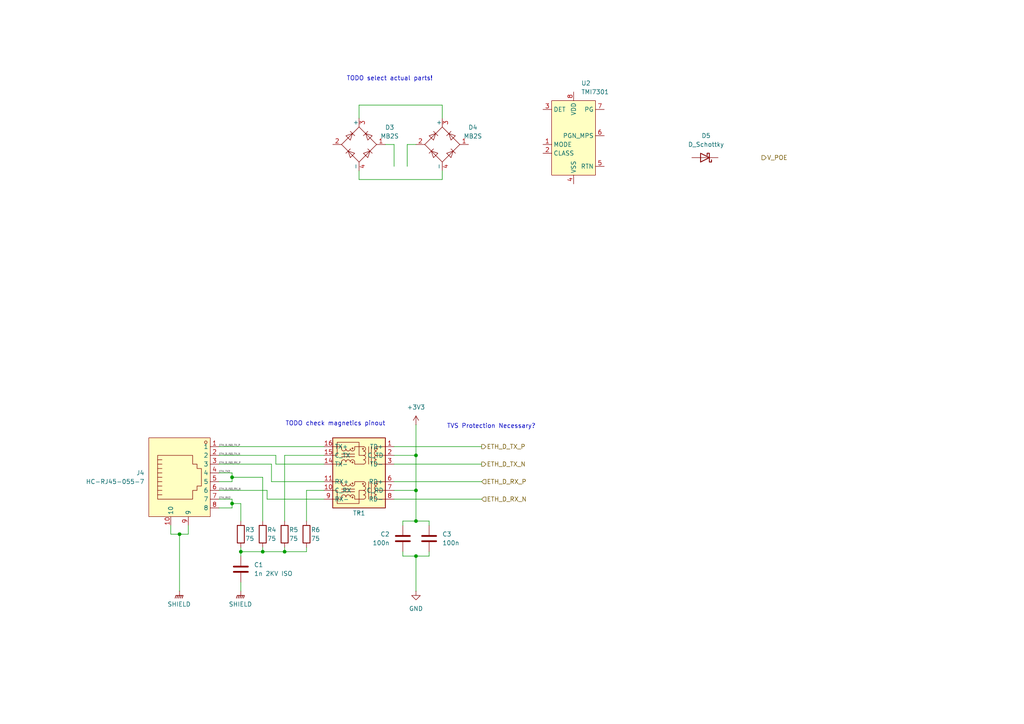
<source format=kicad_sch>
(kicad_sch (version 20231120) (generator "eeschema") (generator_version "8.0")
  (paper "A4")
  (lib_symbols
    (symbol "Device:C" (pin_numbers hide) (pin_names (offset 0.254))
      (property "Reference" "C" (at 0.635 2.54 0))
      (property "Value" "C" (at 0.635 -2.54 0))
      (symbol "C_0_1"
        (polyline (pts (xy -2.032 -0.762) (xy 2.032 -0.762)) (stroke (width 0.508)))
        (polyline (pts (xy -2.032 0.762) (xy 2.032 0.762)) (stroke (width 0.508)))
      )
      (symbol "C_1_1"
        (pin passive line (at 0 3.81 270) (length 2.794) (name "~") (number "1"))
        (pin passive line (at 0 -3.81 90) (length 2.794) (name "~") (number "2"))
      )
    )
    (symbol "Device:D_Schottky" (pin_numbers hide) (pin_names (offset 1.016) hide)
      (property "Reference" "D" (at 0 2.54 0))
      (property "Value" "D_Schottky" (at 0 -2.54 0))
      (symbol "D_Schottky_0_1"
        (polyline (pts (xy 1.27 0) (xy -1.27 0)))
        (polyline (pts (xy 1.27 1.27) (xy 1.27 -1.27) (xy -1.27 0) (xy 1.27 1.27)) (stroke (width 0.254)))
        (polyline (pts (xy -1.905 0.635) (xy -1.905 1.27) (xy -1.27 1.27) (xy -1.27 -1.27) (xy -0.635 -1.27) (xy -0.635 -0.635)) (stroke (width 0.254)))
      )
      (symbol "D_Schottky_1_1"
        (pin passive line (at -3.81 0 0) (length 2.54) (name "K") (number "1"))
        (pin passive line (at 3.81 0 180) (length 2.54) (name "A") (number "2"))
      )
    )
    (symbol "Device:R" (pin_numbers hide) (pin_names (offset 0))
      (property "Reference" "R" (at 2.032 0 90))
      (property "Value" "R" (at 0 0 90))
      (symbol "R_0_1"
        (rectangle (start -1.016 -2.54) (end 1.016 2.54) (stroke (width 0.254)))
      )
      (symbol "R_1_1"
        (pin passive line (at 0 3.81 270) (length 1.27) (name "~") (number "1"))
        (pin passive line (at 0 -3.81 90) (length 1.27) (name "~") (number "2"))
      )
    )
    (symbol "Diode_Bridge:MB2S" (pin_names (offset 0))
      (property "Reference" "D" (at 2.54 6.985 0))
      (property "Value" "MB2S" (at 2.54 5.08 0))
      (symbol "MB2S_0_1"
        (polyline (pts (xy -2.54 3.81) (xy -1.27 2.54)))
        (polyline (pts (xy -1.27 -2.54) (xy -2.54 -3.81)))
        (polyline (pts (xy 2.54 -1.27) (xy 3.81 -2.54)))
        (polyline (pts (xy 2.54 1.27) (xy 3.81 2.54)))
        (polyline (pts (xy -3.81 2.54) (xy -2.54 1.27) (xy -1.905 3.175) (xy -3.81 2.54)))
        (polyline (pts (xy -2.54 -1.27) (xy -3.81 -2.54) (xy -1.905 -3.175) (xy -2.54 -1.27)))
        (polyline (pts (xy 1.27 2.54) (xy 2.54 3.81) (xy 3.175 1.905) (xy 1.27 2.54)))
        (polyline (pts (xy 3.175 -1.905) (xy 1.27 -2.54) (xy 2.54 -3.81) (xy 3.175 -1.905)))
        (polyline (pts (xy -5.08 0) (xy 0 -5.08) (xy 5.08 0) (xy 0 5.08) (xy -5.08 0)))
      )
      (symbol "MB2S_1_1"
        (pin passive line (at 0 -7.62 90) (length 2.54) (name "~") (number "1"))
        (pin passive line (at 0 7.62 270) (length 2.54) (name "~") (number "2"))
        (pin passive line (at 7.62 0 180) (length 2.54) (name "+") (number "3"))
        (pin passive line (at -7.62 0 0) (length 2.54) (name "-") (number "4"))
      )
    )
    (symbol "power:+3V3" (power) (pin_numbers hide) (pin_names (offset 0) hide)
      (property "Value" "+3V3" (at 0 3.556 0))
      (symbol "+3V3_0_1"
        (polyline (pts (xy -0.762 1.27) (xy 0 2.54)))
        (polyline (pts (xy 0 0) (xy 0 2.54)))
        (polyline (pts (xy 0 2.54) (xy 0.762 1.27)))
      )
      (symbol "+3V3_1_1"
        (pin power_in line (at 0 0 90) (length 0) (name "~") (number "1"))
      )
    )
    (symbol "power:GND" (power) (pin_numbers hide) (pin_names (offset 0) hide)
      (property "Value" "GND" (at 0 -3.81 0))
      (symbol "GND_0_1"
        (polyline (pts (xy 0 0) (xy 0 -1.27) (xy 1.27 -1.27) (xy 0 -2.54) (xy -1.27 -1.27) (xy 0 -1.27)))
      )
      (symbol "GND_1_1"
        (pin power_in line (at 0 0 270) (length 0) (name "~") (number "1"))
      )
    )
    (symbol "power:GNDPWR" (power) (pin_numbers hide) (pin_names (offset 0) hide)
      (property "Value" "GNDPWR" (at 0 -3.302 0))
      (symbol "GNDPWR_0_1"
        (polyline (pts (xy 0 -1.27) (xy 0 0)))
        (polyline (pts (xy -1.016 -1.27) (xy -1.27 -2.032) (xy -1.27 -2.032)) (stroke (width 0.2032)))
        (polyline (pts (xy -0.508 -1.27) (xy -0.762 -2.032) (xy -0.762 -2.032)) (stroke (width 0.2032)))
        (polyline (pts (xy 0 -1.27) (xy -0.254 -2.032) (xy -0.254 -2.032)) (stroke (width 0.2032)))
        (polyline (pts (xy 0.508 -1.27) (xy 0.254 -2.032) (xy 0.254 -2.032)) (stroke (width 0.2032)))
        (polyline (pts (xy 1.016 -1.27) (xy -1.016 -1.27) (xy -1.016 -1.27)) (stroke (width 0.2032)))
        (polyline (pts (xy 1.016 -1.27) (xy 0.762 -2.032) (xy 0.762 -2.032) (xy 0.762 -2.032)) (stroke (width 0.2032)))
      )
      (symbol "GNDPWR_1_1"
        (pin power_in line (at 0 0 270) (length 0) (name "~") (number "1"))
      )
    )
    (symbol "uPTP:B1608S"
      (property "Reference" "TR" (at 0 11.43 0))
      (symbol "B1608S_0_1"
        (rectangle (start -7.62 10.16) (end 7.62 -10.16) (stroke (width 0.254)) (fill (type background)))
        (circle (center -5.207 3.175) (radius 0.1778))
        (arc (start -5.08 6.35) (mid -4.4477 6.985) (end -5.08 7.62))
        (polyline (pts (xy -5.08 2.54) (xy -7.62 2.54)))
        (polyline (pts (xy -5.08 5.08) (xy -7.62 5.08)))
        (polyline (pts (xy -5.08 7.62) (xy -7.62 7.62)))
        (polyline (pts (xy -3.556 -2.54) (xy -3.556 -7.62)))
        (polyline (pts (xy -3.556 2.54) (xy -3.556 7.62)))
        (polyline (pts (xy -2.794 -7.62) (xy -2.794 -2.54)))
        (polyline (pts (xy -2.794 7.62) (xy -2.794 2.54)))
        (polyline (pts (xy 1.27 4.699) (xy 5.08 4.699)))
        (polyline (pts (xy 1.27 5.461) (xy 5.08 5.461)))
        (polyline (pts (xy -1.27 2.54) (xy 1.27 2.54) (xy 1.27 3.175)))
        (polyline (pts (xy 1.27 6.985) (xy 1.27 7.62) (xy -1.27 7.62)))
        (polyline (pts (xy 5.08 3.175) (xy 5.08 2.54) (xy 7.62 2.54)))
        (polyline (pts (xy 5.08 6.985) (xy 5.08 7.62) (xy 7.62 7.62)))
        (polyline (pts (xy -1.27 5.08) (xy 0 5.08) (xy 0 8.89) (xy 6.35 8.89) (xy 6.35 5.08) (xy 7.62 5.08)))
      )
      (symbol "B1608S_1_1"
        (circle (center -5.207 -6.985) (radius 0.1778))
        (arc (start -5.08 -7.62) (mid -4.4477 -6.985) (end -5.08 -6.35))
        (arc (start -5.08 -6.35) (mid -4.4477 -5.715) (end -5.08 -5.08))
        (arc (start -5.08 -5.08) (mid -4.4477 -4.445) (end -5.08 -3.81))
        (arc (start -5.08 -3.81) (mid -4.4477 -3.175) (end -5.08 -2.54))
        (arc (start -5.08 2.54) (mid -4.4477 3.175) (end -5.08 3.81))
        (arc (start -5.08 3.81) (mid -4.4477 4.445) (end -5.08 5.08))
        (arc (start -5.08 5.08) (mid -4.4477 5.715) (end -5.08 6.35))
        (arc (start -1.27 -6.35) (mid -1.9023 -6.985) (end -1.27 -7.62))
        (arc (start -1.27 -5.08) (mid -1.9023 -5.715) (end -1.27 -6.35))
        (arc (start -1.27 -3.81) (mid -1.9023 -4.445) (end -1.27 -5.08))
        (arc (start -1.27 -2.54) (mid -1.9023 -3.175) (end -1.27 -3.81))
        (arc (start -1.27 3.81) (mid -1.9023 3.175) (end -1.27 2.54))
        (arc (start -1.27 5.08) (mid -1.9023 4.445) (end -1.27 3.81))
        (arc (start -1.27 6.35) (mid -1.9023 5.715) (end -1.27 5.08))
        (arc (start -1.27 7.62) (mid -1.9023 6.985) (end -1.27 6.35))
        (circle (center -1.143 -6.985) (radius 0.1778))
        (circle (center -1.143 3.175) (radius 0.1778))
        (polyline (pts (xy -5.08 -7.62) (xy -7.62 -7.62)))
        (polyline (pts (xy -5.08 -5.08) (xy -7.62 -5.08)))
        (polyline (pts (xy -5.08 -2.54) (xy -7.62 -2.54)))
        (polyline (pts (xy 1.27 -5.461) (xy 5.08 -5.461)))
        (polyline (pts (xy 1.27 -4.699) (xy 5.08 -4.699)))
        (polyline (pts (xy -1.27 -7.62) (xy 1.27 -7.62) (xy 1.27 -6.985)))
        (polyline (pts (xy 1.27 -3.175) (xy 1.27 -2.54) (xy -1.27 -2.54)))
        (polyline (pts (xy 5.08 -6.985) (xy 5.08 -7.62) (xy 7.62 -7.62)))
        (polyline (pts (xy 5.08 -3.175) (xy 5.08 -2.54) (xy 7.62 -2.54)))
        (polyline (pts (xy 7.62 -5.08) (xy 6.35 -5.08) (xy 6.35 -8.89) (xy 0 -8.89) (xy 0 -5.08) (xy -1.27 -5.08)))
        (arc (start 1.27 -3.175) (mid 1.905 -3.8073) (end 2.54 -3.175))
        (arc (start 1.27 6.985) (mid 1.905 6.3527) (end 2.54 6.985))
        (circle (center 1.905 -7.112) (radius 0.1778))
        (circle (center 1.905 -3.048) (radius 0.1778))
        (circle (center 1.905 3.048) (radius 0.1778))
        (circle (center 1.905 7.112) (radius 0.1778))
        (arc (start 2.54 -6.985) (mid 1.905 -6.3527) (end 1.27 -6.985))
        (arc (start 2.54 -3.175) (mid 3.175 -3.8073) (end 3.81 -3.175))
        (arc (start 2.54 3.175) (mid 1.905 3.8073) (end 1.27 3.175))
        (arc (start 2.54 6.985) (mid 3.175 6.3527) (end 3.81 6.985))
        (arc (start 3.81 -6.985) (mid 3.175 -6.3527) (end 2.54 -6.985))
        (arc (start 3.81 -3.175) (mid 4.445 -3.8073) (end 5.08 -3.175))
        (arc (start 3.81 3.175) (mid 3.175 3.8073) (end 2.54 3.175))
        (arc (start 3.81 6.985) (mid 4.445 6.3527) (end 5.08 6.985))
        (arc (start 5.08 -6.985) (mid 4.445 -6.3527) (end 3.81 -6.985))
        (arc (start 5.08 3.175) (mid 4.445 3.8073) (end 3.81 3.175))
        (pin passive line (at -10.16 -7.62 0) (length 2.54) (name "TD+") (number "1"))
        (pin passive line (at 10.16 5.08 180) (length 2.54) (name "C_RX") (number "10"))
        (pin passive line (at 10.16 2.54 180) (length 2.54) (name "RX+") (number "11"))
        (pin passive line (at 10.16 -2.54 180) (length 2.54) (name "TX-") (number "14"))
        (pin passive line (at 10.16 -5.08 180) (length 2.54) (name "C_TX") (number "15"))
        (pin passive line (at 10.16 -7.62 180) (length 2.54) (name "TX+") (number "16"))
        (pin passive line (at -10.16 -5.08 0) (length 2.54) (name "C_TD") (number "2"))
        (pin passive line (at -10.16 -2.54 0) (length 2.54) (name "TD-") (number "3"))
        (pin passive line (at -10.16 2.54 0) (length 2.54) (name "RD+") (number "6"))
        (pin passive line (at -10.16 5.08 0) (length 2.54) (name "C_RD") (number "7"))
        (pin passive line (at -10.16 7.62 0) (length 2.54) (name "RD-") (number "8"))
        (pin passive line (at 10.16 7.62 180) (length 2.54) (name "RX-") (number "9"))
      )
    )
    (symbol "uPTP:HC-RJ45-055-7"
      (property "Reference" "U" (at 0 12.7 0))
      (property "Value" "HC-RJ45-055-7" (at 0 -19.05 0))
      (symbol "HC-RJ45-055-7_0_1"
        (rectangle (start -8.89 11.43) (end 8.89 -11.43) (fill (type background)))
        (circle (center -7.62 10.16) (radius 0.38))
        (polyline (pts (xy 5.08 -5.08) (xy 6.35 -5.08)))
        (polyline (pts (xy 5.08 -3.81) (xy 6.35 -3.81)))
        (polyline (pts (xy 5.08 -2.54) (xy 6.35 -2.54)))
        (polyline (pts (xy 5.08 -1.27) (xy 6.35 -1.27) (xy 6.35 -1.27)))
        (polyline (pts (xy 6.35 0) (xy 5.08 0) (xy 5.08 0)))
        (polyline (pts (xy 6.35 1.27) (xy 5.08 1.27) (xy 5.08 1.27)))
        (polyline (pts (xy 6.35 2.54) (xy 5.08 2.54) (xy 5.08 2.54)))
        (polyline (pts (xy 6.35 3.81) (xy 5.08 3.81) (xy 5.08 3.81)))
        (polyline (pts (xy 6.35 5.08) (xy 5.08 5.08) (xy 5.08 5.08)))
        (polyline (pts (xy 6.35 6.35) (xy 6.35 -6.35) (xy -3.81 -6.35) (xy -3.81 -3.81) (xy -5.08 -3.81) (xy -5.08 -2.54) (xy -6.35 -2.54) (xy -6.35 2.54) (xy -5.08 2.54) (xy -5.08 3.81) (xy -3.81 3.81) (xy -3.81 6.35) (xy 6.35 6.35) (xy 6.35 6.35)))
        (pin unspecified line (at -11.43 8.89 0) (length 2.54) (name "1") (number "1"))
        (pin unspecified line (at 2.54 -13.97 90) (length 2.54) (name "10") (number "10"))
        (pin unspecified line (at -11.43 6.35 0) (length 2.54) (name "2") (number "2"))
        (pin unspecified line (at -11.43 3.81 0) (length 2.54) (name "3") (number "3"))
        (pin unspecified line (at -11.43 1.27 0) (length 2.54) (name "4") (number "4"))
        (pin unspecified line (at -11.43 -1.27 0) (length 2.54) (name "5") (number "5"))
        (pin unspecified line (at -11.43 -3.81 0) (length 2.54) (name "6") (number "6"))
        (pin unspecified line (at -11.43 -6.35 0) (length 2.54) (name "7") (number "7"))
        (pin unspecified line (at -11.43 -8.89 0) (length 2.54) (name "8") (number "8"))
        (pin unspecified line (at -2.54 -13.97 90) (length 2.54) (name "9") (number "9"))
      )
    )
    (symbol "uPTP:TMI7301"
      (property "Reference" "U" (at 2.794 11.43 0))
      (property "Value" "TMI7301" (at 5.08 -12.954 0))
      (symbol "TMI7301_0_1"
        (rectangle (start -6.35 10.16) (end 6.35 -11.43) (fill (type background)))
      )
      (symbol "TMI7301_1_1"
        (pin input line (at -8.89 -2.54 0) (length 2.54) (name "MODE") (number "1"))
        (pin input line (at -8.89 -5.08 0) (length 2.54) (name "CLASS") (number "2"))
        (pin input line (at -8.89 7.62 0) (length 2.54) (name "DET") (number "3"))
        (pin power_in line (at 0 -13.97 90) (length 2.54) (name "VSS") (number "4"))
        (pin power_out line (at 8.89 -8.89 180) (length 2.54) (name "RTN") (number "5"))
        (pin output line (at 8.89 0 180) (length 2.54) (name "PGN_MPS") (number "6"))
        (pin open_collector line (at 8.89 7.62 180) (length 2.54) (name "PG") (number "7"))
        (pin power_in line (at 0 12.7 270) (length 2.54) (name "VDD") (number "8"))
      )
    )
  )
  (junction (at 67.31 146.05))
  (junction (at 67.31 138.43))
  (junction (at 120.65 142.24))
  (junction (at 120.65 151.13))
  (junction (at 52.07 154.94))
  (junction (at 69.85 160.02))
  (junction (at 120.65 132.08))
  (junction (at 120.65 161.29))
  (junction (at 82.55 160.02))
  (junction (at 76.2 160.02))
  (wire (pts (xy 104.14 30.48) (xy 128.27 30.48)))
  (wire (pts (xy 118.11 41.91) (xy 118.11 48.26)))
  (wire (pts (xy 93.98 134.62) (xy 80.01 134.62)))
  (wire (pts (xy 124.46 152.4) (xy 124.46 151.13)))
  (wire (pts (xy 69.85 158.75) (xy 69.85 160.02)))
  (wire (pts (xy 82.55 158.75) (xy 82.55 160.02)))
  (wire (pts (xy 67.31 138.43) (xy 67.31 139.7)))
  (wire (pts (xy 120.65 142.24) (xy 120.65 151.13)))
  (wire (pts (xy 111.76 41.91) (xy 114.3 41.91)))
  (wire (pts (xy 52.07 154.94) (xy 52.07 171.45)))
  (wire (pts (xy 114.3 139.7) (xy 139.7 139.7)))
  (wire (pts (xy 82.55 132.08) (xy 82.55 151.13)))
  (wire (pts (xy 67.31 137.16) (xy 67.31 138.43)))
  (wire (pts (xy 104.14 52.07) (xy 128.27 52.07)))
  (wire (pts (xy 120.65 142.24) (xy 114.3 142.24)))
  (wire (pts (xy 63.5 147.32) (xy 67.31 147.32)))
  (wire (pts (xy 67.31 146.05) (xy 69.85 146.05)))
  (wire (pts (xy 128.27 52.07) (xy 128.27 49.53)))
  (wire (pts (xy 88.9 142.24) (xy 88.9 151.13)))
  (wire (pts (xy 63.5 129.54) (xy 93.98 129.54)))
  (wire (pts (xy 116.84 151.13) (xy 120.65 151.13)))
  (wire (pts (xy 82.55 160.02) (xy 88.9 160.02)))
  (wire (pts (xy 67.31 138.43) (xy 76.2 138.43)))
  (wire (pts (xy 116.84 160.02) (xy 116.84 161.29)))
  (wire (pts (xy 93.98 144.78) (xy 77.47 144.78)))
  (wire (pts (xy 120.65 41.91) (xy 118.11 41.91)))
  (wire (pts (xy 120.65 151.13) (xy 124.46 151.13)))
  (wire (pts (xy 78.74 139.7) (xy 78.74 134.62)))
  (wire (pts (xy 49.53 152.4) (xy 49.53 154.94)))
  (wire (pts (xy 52.07 154.94) (xy 54.61 154.94)))
  (wire (pts (xy 69.85 160.02) (xy 69.85 161.29)))
  (wire (pts (xy 114.3 134.62) (xy 139.7 134.62)))
  (wire (pts (xy 93.98 142.24) (xy 88.9 142.24)))
  (wire (pts (xy 67.31 146.05) (xy 67.31 147.32)))
  (wire (pts (xy 120.65 161.29) (xy 120.65 171.45)))
  (wire (pts (xy 63.5 137.16) (xy 67.31 137.16)))
  (wire (pts (xy 114.3 132.08) (xy 120.65 132.08)))
  (wire (pts (xy 104.14 49.53) (xy 104.14 52.07)))
  (wire (pts (xy 114.3 144.78) (xy 139.7 144.78)))
  (wire (pts (xy 80.01 134.62) (xy 80.01 132.08)))
  (wire (pts (xy 49.53 154.94) (xy 52.07 154.94)))
  (wire (pts (xy 76.2 158.75) (xy 76.2 160.02)))
  (wire (pts (xy 88.9 158.75) (xy 88.9 160.02)))
  (wire (pts (xy 116.84 151.13) (xy 116.84 152.4)))
  (wire (pts (xy 114.3 41.91) (xy 114.3 48.26)))
  (wire (pts (xy 76.2 160.02) (xy 82.55 160.02)))
  (wire (pts (xy 69.85 160.02) (xy 76.2 160.02)))
  (wire (pts (xy 63.5 144.78) (xy 67.31 144.78)))
  (wire (pts (xy 77.47 144.78) (xy 77.47 142.24)))
  (wire (pts (xy 128.27 30.48) (xy 128.27 34.29)))
  (wire (pts (xy 124.46 161.29) (xy 120.65 161.29)))
  (wire (pts (xy 54.61 154.94) (xy 54.61 152.4)))
  (wire (pts (xy 93.98 139.7) (xy 78.74 139.7)))
  (wire (pts (xy 120.65 123.19) (xy 120.65 132.08)))
  (wire (pts (xy 67.31 139.7) (xy 63.5 139.7)))
  (wire (pts (xy 120.65 132.08) (xy 120.65 142.24)))
  (wire (pts (xy 93.98 132.08) (xy 82.55 132.08)))
  (wire (pts (xy 104.14 34.29) (xy 104.14 30.48)))
  (wire (pts (xy 76.2 151.13) (xy 76.2 138.43)))
  (wire (pts (xy 78.74 134.62) (xy 63.5 134.62)))
  (wire (pts (xy 116.84 161.29) (xy 120.65 161.29)))
  (wire (pts (xy 124.46 160.02) (xy 124.46 161.29)))
  (wire (pts (xy 114.3 129.54) (xy 139.7 129.54)))
  (wire (pts (xy 67.31 144.78) (xy 67.31 146.05)))
  (wire (pts (xy 80.01 132.08) (xy 63.5 132.08)))
  (wire (pts (xy 69.85 146.05) (xy 69.85 151.13)))
  (wire (pts (xy 77.47 142.24) (xy 63.5 142.24)))
  (wire (pts (xy 69.85 168.91) (xy 69.85 171.45)))
  (text "TVS Protection Necessary?" (at 142.494 123.698 0) (effects (font (size 1.27 1.27))))
  (text "TODO check magnetics pinout" (at 97.282 122.936 0) (effects (font (size 1.27 1.27))))
  (text "TODO select actual parts!" (at 113.03 22.86 0) (effects (font (size 1.27 1.27))))
  (label "ETH_D_ISO_TX_P" (at 63.5 129.54 0) (effects (font (size 0.508 0.508))))
  (label "ETH_D_ISO_RX_P" (at 63.5 134.62 0) (effects (font (size 0.508 0.508))))
  (label "ETH_RX2" (at 63.5 144.78 0) (effects (font (size 0.508 0.508))))
  (label "ETH_TX2" (at 63.5 137.16 0) (effects (font (size 0.508 0.508))))
  (label "ETH_D_ISO_TX_N" (at 63.5 132.08 0) (effects (font (size 0.508 0.508))))
  (label "ETH_D_ISO_RX_N" (at 63.5 142.24 0) (effects (font (size 0.508 0.508))))
  (hierarchical_label "ETH_D_TX_P" (shape output) (at 139.7 129.54 0))
  (hierarchical_label "ETH_D_RX_P" (shape input) (at 139.7 139.7 0))
  (hierarchical_label "ETH_D_RX_N" (shape input) (at 139.7 144.78 0))
  (hierarchical_label "ETH_D_TX_N" (shape output) (at 139.7 134.62 0))
  (hierarchical_label "V_POE" (shape output) (at 220.98 45.72 0))
  (symbol (lib_id "Diode_Bridge:MB2S") (at 104.14 41.91 90) (unit 1)
    (property "Reference" "D3" (at 113.03 36.9568 90))
    (property "Value" "MB2S" (at 113.03 39.4968 90))
    (property "Footprint" "Package_TO_SOT_SMD:TO-269AA" (effects (hide yes)))
    (property "Datasheet" "http://www.vishay.com/docs/88661/mb2s.pdf" (effects (hide yes)))
    (property "Description" "Miniature Glass Passivated Single-Phase Surface Mount Bridge Rectifiers, 140V Vrms, 0.5A If, TO-269AA" (effects (hide yes)))
  )
  (symbol (lib_id "power:GNDPWR") (at 69.85 171.45 0) (unit 1)
    (property "Reference" "#PWR06" (effects (hide yes)))
    (property "Value" "SHIELD" (at 69.723 175.26 0))
    (property "Description" "Power symbol creates a global label with name \"GNDPWR\" , global ground" (effects (hide yes)))
  )
  (symbol (lib_id "Device:R") (at 69.85 154.94 0) (unit 1)
    (property "Reference" "R3" (at 71.12 153.67 0) (effects (justify left)))
    (property "Value" "75" (at 71.12 156.21 0) (effects (justify left)))
    (property "Footprint" "Resistor_SMD:R_0402_1005Metric" (effects (hide yes)))
    (property "Description" "Resistor" (effects (hide yes)))
  )
  (symbol (lib_id "Device:R") (at 76.2 154.94 0) (unit 1)
    (property "Reference" "R4" (at 77.47 153.67 0) (effects (justify left)))
    (property "Value" "75" (at 77.47 156.21 0) (effects (justify left)))
    (property "Footprint" "Resistor_SMD:R_0402_1005Metric" (effects (hide yes)))
    (property "Description" "Resistor" (effects (hide yes)))
  )
  (symbol (lib_id "Device:R") (at 88.9 154.94 0) (unit 1)
    (property "Reference" "R6" (at 90.17 153.67 0) (effects (justify left)))
    (property "Value" "75" (at 90.17 156.21 0) (effects (justify left)))
    (property "Footprint" "Resistor_SMD:R_0402_1005Metric" (effects (hide yes)))
    (property "Description" "Resistor" (effects (hide yes)))
  )
  (symbol (lib_id "power:GNDPWR") (at 52.07 171.45 0) (unit 1)
    (property "Reference" "#PWR05" (effects (hide yes)))
    (property "Value" "SHIELD" (at 51.943 175.26 0))
    (property "Description" "Power symbol creates a global label with name \"GNDPWR\" , global ground" (effects (hide yes)))
  )
  (symbol (lib_id "Device:R") (at 82.55 154.94 0) (unit 1)
    (property "Reference" "R5" (at 83.82 153.67 0) (effects (justify left)))
    (property "Value" "75" (at 83.82 156.21 0) (effects (justify left)))
    (property "Footprint" "Resistor_SMD:R_0402_1005Metric" (effects (hide yes)))
    (property "Description" "Resistor" (effects (hide yes)))
  )
  (symbol (lib_id "Device:C") (at 69.85 165.1 0) (unit 1)
    (property "Reference" "C1" (at 73.66 163.8299 0) (effects (justify left)))
    (property "Value" "1n 2KV ISO" (at 73.66 166.3699 0) (effects (justify left)))
    (property "Description" "Unpolarized capacitor" (effects (hide yes)))
  )
  (symbol (lib_id "power:GND") (at 120.65 171.45 0) (unit 1)
    (property "Reference" "#PWR08" (effects (hide yes)))
    (property "Value" "GND" (at 120.65 176.53 0))
    (property "Description" "Power symbol creates a global label with name \"GND\" , ground" (effects (hide yes)))
  )
  (symbol (lib_id "Device:C") (at 124.46 156.21 0) (unit 1)
    (property "Reference" "C3" (at 128.27 154.9399 0) (effects (justify left)))
    (property "Value" "100n" (at 128.27 157.4799 0) (effects (justify left)))
    (property "Footprint" "Capacitor_SMD:C_0402_1005Metric" (effects (hide yes)))
    (property "Description" "Unpolarized capacitor" (effects (hide yes)))
  )
  (symbol (lib_id "uPTP:TMI7301") (at 166.37 39.37 0) (unit 1)
    (property "Reference" "U2" (at 168.5641 24.13 0) (effects (justify left)))
    (property "Value" "TMI7301" (at 168.5641 26.67 0) (effects (justify left)))
    (property "Footprint" "uPTP:SOP-8_L4.9-W3.9-P1.27-LS6.0-TL" (effects (hide yes)))
    (property "Description" "POE 802.3af Controller IC" (effects (hide yes)))
    (property "LCSC Part" "C29779858" (effects (hide yes)))
  )
  (symbol (lib_id "Diode_Bridge:MB2S") (at 128.27 41.91 90) (unit 1)
    (property "Reference" "D4" (at 137.16 36.9568 90))
    (property "Value" "MB2S" (at 137.16 39.4968 90))
    (property "Footprint" "Package_TO_SOT_SMD:TO-269AA" (effects (hide yes)))
    (property "Datasheet" "http://www.vishay.com/docs/88661/mb2s.pdf" (effects (hide yes)))
    (property "Description" "Miniature Glass Passivated Single-Phase Surface Mount Bridge Rectifiers, 140V Vrms, 0.5A If, TO-269AA" (effects (hide yes)))
  )
  (symbol (lib_id "Device:D_Schottky") (at 204.47 45.72 180) (unit 1)
    (property "Reference" "D5" (at 204.7875 39.37 0))
    (property "Value" "D_Schottky" (at 204.7875 41.91 0))
    (property "Footprint" "Diode_SMD:D_SOD-323" (effects (hide yes)))
    (property "Description" "Schottky diode" (effects (hide yes)))
    (property "LCSC Part" "C133103" (effects (hide yes)))
  )
  (symbol (lib_id "uPTP:HC-RJ45-055-7") (at 52.07 138.43 0) (mirror y) (unit 1)
    (property "Reference" "J4" (at 41.91 137.1599 0) (effects (justify left)))
    (property "Value" "HC-RJ45-055-7" (at 41.91 139.6999 0) (effects (justify left)))
    (property "Footprint" "uPTP:RJ45-SMD_HC-RJ45-055-7_1" (effects (hide yes)))
    (property "Description" "Half-Recessed SMD RJ45 Connector" (effects (hide yes)))
    (property "LCSC Part" "C3000213" (effects (hide yes)))
  )
  (symbol (lib_id "power:+3V3") (at 120.65 123.19 0) (unit 1)
    (property "Reference" "#PWR07" (effects (hide yes)))
    (property "Value" "+3V3" (at 120.65 118.11 0))
    (property "Description" "Power symbol creates a global label with name \"+3V3\"" (effects (hide yes)))
  )
  (symbol (lib_id "Device:C") (at 116.84 156.21 0) (mirror y) (unit 1)
    (property "Reference" "C2" (at 113.03 154.9399 0) (effects (justify left)))
    (property "Value" "100n" (at 113.03 157.4799 0) (effects (justify left)))
    (property "Footprint" "Capacitor_SMD:C_0402_1005Metric" (effects (hide yes)))
    (property "Description" "Unpolarized capacitor" (effects (hide yes)))
  )
  (symbol (lib_id "uPTP:B1608S") (at 104.14 137.16 180) (unit 1)
    (property "Reference" "TR1" (at 104.14 148.844 0))
    (property "Value" "~" (at 104.14 148.59 0))
    (property "Footprint" "uPTP:B1608S" (effects (hide yes)))
    (property "Description" "POE-Rated (720mA) Ethernet Magnetics" (effects (hide yes)))
    (property "LCSC Part" "C507596" (effects (hide yes)))
  )
)
</source>
